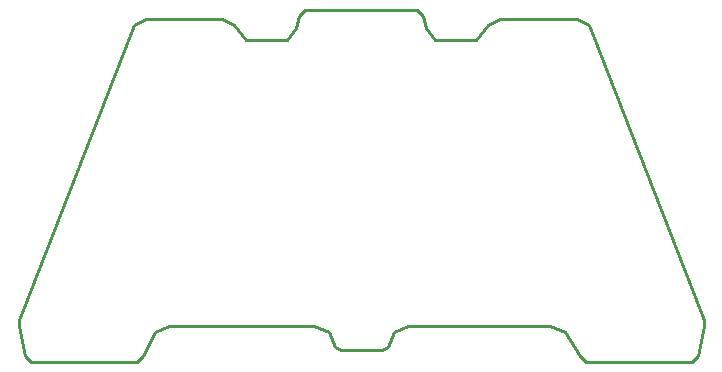
<source format=gbr>
G04 EAGLE Gerber X2 export*
G04 #@! %TF.Part,Single*
G04 #@! %TF.FileFunction,Profile,NP*
G04 #@! %TF.FilePolarity,Positive*
G04 #@! %TF.GenerationSoftware,Autodesk,EAGLE,8.6.0*
G04 #@! %TF.CreationDate,2018-03-08T02:15:54Z*
G75*
%MOMM*%
%FSLAX34Y34*%
%LPD*%
%AMOC8*
5,1,8,0,0,1.08239X$1,22.5*%
G01*
%ADD10C,0.254000*%


D10*
X180000Y320000D02*
X185000Y295000D01*
X190000Y290000D01*
X280000Y290000D01*
X285000Y295000D01*
X295000Y315000D01*
X307500Y320000D01*
X430000Y320000D01*
X442500Y315000D01*
X447500Y302500D01*
X452500Y300000D01*
X487500Y300000D01*
X492500Y302500D01*
X497500Y315000D01*
X510000Y320000D01*
X630000Y320000D01*
X642500Y315000D01*
X655000Y295000D01*
X660000Y290000D01*
X750000Y290000D01*
X755000Y295000D01*
X760000Y320000D01*
X760000Y325000D01*
X662500Y575000D01*
X652500Y580000D01*
X587500Y580000D01*
X577500Y575000D01*
X567500Y562500D01*
X532500Y562500D01*
X525000Y572500D01*
X522500Y582500D01*
X517500Y587500D01*
X422500Y587500D01*
X417500Y582500D01*
X415000Y572500D01*
X407500Y562500D01*
X372500Y562500D01*
X362500Y575000D01*
X352500Y580000D01*
X287500Y580000D01*
X277500Y575000D01*
X180000Y325000D01*
X180000Y320000D01*
M02*

</source>
